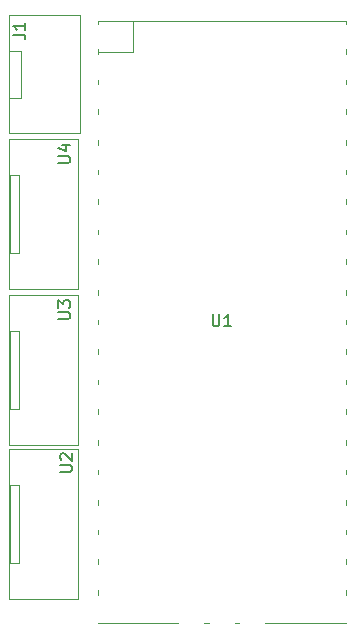
<source format=gbr>
%TF.GenerationSoftware,KiCad,Pcbnew,(7.0.0)*%
%TF.CreationDate,2023-04-25T13:15:43+01:00*%
%TF.ProjectId,LiDAR-Board,4c694441-522d-4426-9f61-72642e6b6963,rev?*%
%TF.SameCoordinates,Original*%
%TF.FileFunction,Legend,Top*%
%TF.FilePolarity,Positive*%
%FSLAX46Y46*%
G04 Gerber Fmt 4.6, Leading zero omitted, Abs format (unit mm)*
G04 Created by KiCad (PCBNEW (7.0.0)) date 2023-04-25 13:15:43*
%MOMM*%
%LPD*%
G01*
G04 APERTURE LIST*
%ADD10C,0.150000*%
%ADD11C,0.120000*%
G04 APERTURE END LIST*
D10*
%TO.C,U3*%
X136212380Y-111566904D02*
X137021904Y-111566904D01*
X137021904Y-111566904D02*
X137117142Y-111519285D01*
X137117142Y-111519285D02*
X137164761Y-111471666D01*
X137164761Y-111471666D02*
X137212380Y-111376428D01*
X137212380Y-111376428D02*
X137212380Y-111185952D01*
X137212380Y-111185952D02*
X137164761Y-111090714D01*
X137164761Y-111090714D02*
X137117142Y-111043095D01*
X137117142Y-111043095D02*
X137021904Y-110995476D01*
X137021904Y-110995476D02*
X136212380Y-110995476D01*
X136212380Y-110614523D02*
X136212380Y-109995476D01*
X136212380Y-109995476D02*
X136593333Y-110328809D01*
X136593333Y-110328809D02*
X136593333Y-110185952D01*
X136593333Y-110185952D02*
X136640952Y-110090714D01*
X136640952Y-110090714D02*
X136688571Y-110043095D01*
X136688571Y-110043095D02*
X136783809Y-109995476D01*
X136783809Y-109995476D02*
X137021904Y-109995476D01*
X137021904Y-109995476D02*
X137117142Y-110043095D01*
X137117142Y-110043095D02*
X137164761Y-110090714D01*
X137164761Y-110090714D02*
X137212380Y-110185952D01*
X137212380Y-110185952D02*
X137212380Y-110471666D01*
X137212380Y-110471666D02*
X137164761Y-110566904D01*
X137164761Y-110566904D02*
X137117142Y-110614523D01*
%TO.C,U1*%
X149264095Y-111188380D02*
X149264095Y-111997904D01*
X149264095Y-111997904D02*
X149311714Y-112093142D01*
X149311714Y-112093142D02*
X149359333Y-112140761D01*
X149359333Y-112140761D02*
X149454571Y-112188380D01*
X149454571Y-112188380D02*
X149645047Y-112188380D01*
X149645047Y-112188380D02*
X149740285Y-112140761D01*
X149740285Y-112140761D02*
X149787904Y-112093142D01*
X149787904Y-112093142D02*
X149835523Y-111997904D01*
X149835523Y-111997904D02*
X149835523Y-111188380D01*
X150835523Y-112188380D02*
X150264095Y-112188380D01*
X150549809Y-112188380D02*
X150549809Y-111188380D01*
X150549809Y-111188380D02*
X150454571Y-111331238D01*
X150454571Y-111331238D02*
X150359333Y-111426476D01*
X150359333Y-111426476D02*
X150264095Y-111474095D01*
%TO.C,U4*%
X136212380Y-98358904D02*
X137021904Y-98358904D01*
X137021904Y-98358904D02*
X137117142Y-98311285D01*
X137117142Y-98311285D02*
X137164761Y-98263666D01*
X137164761Y-98263666D02*
X137212380Y-98168428D01*
X137212380Y-98168428D02*
X137212380Y-97977952D01*
X137212380Y-97977952D02*
X137164761Y-97882714D01*
X137164761Y-97882714D02*
X137117142Y-97835095D01*
X137117142Y-97835095D02*
X137021904Y-97787476D01*
X137021904Y-97787476D02*
X136212380Y-97787476D01*
X136545714Y-96882714D02*
X137212380Y-96882714D01*
X136164761Y-97120809D02*
X136879047Y-97358904D01*
X136879047Y-97358904D02*
X136879047Y-96739857D01*
%TO.C,U2*%
X136339380Y-124520904D02*
X137148904Y-124520904D01*
X137148904Y-124520904D02*
X137244142Y-124473285D01*
X137244142Y-124473285D02*
X137291761Y-124425666D01*
X137291761Y-124425666D02*
X137339380Y-124330428D01*
X137339380Y-124330428D02*
X137339380Y-124139952D01*
X137339380Y-124139952D02*
X137291761Y-124044714D01*
X137291761Y-124044714D02*
X137244142Y-123997095D01*
X137244142Y-123997095D02*
X137148904Y-123949476D01*
X137148904Y-123949476D02*
X136339380Y-123949476D01*
X136434619Y-123520904D02*
X136387000Y-123473285D01*
X136387000Y-123473285D02*
X136339380Y-123378047D01*
X136339380Y-123378047D02*
X136339380Y-123139952D01*
X136339380Y-123139952D02*
X136387000Y-123044714D01*
X136387000Y-123044714D02*
X136434619Y-122997095D01*
X136434619Y-122997095D02*
X136529857Y-122949476D01*
X136529857Y-122949476D02*
X136625095Y-122949476D01*
X136625095Y-122949476D02*
X136767952Y-122997095D01*
X136767952Y-122997095D02*
X137339380Y-123568523D01*
X137339380Y-123568523D02*
X137339380Y-122949476D01*
%TO.C,J1*%
X132402380Y-87516333D02*
X133116666Y-87516333D01*
X133116666Y-87516333D02*
X133259523Y-87563952D01*
X133259523Y-87563952D02*
X133354761Y-87659190D01*
X133354761Y-87659190D02*
X133402380Y-87802047D01*
X133402380Y-87802047D02*
X133402380Y-87897285D01*
X133402380Y-86516333D02*
X133402380Y-87087761D01*
X133402380Y-86802047D02*
X132402380Y-86802047D01*
X132402380Y-86802047D02*
X132545238Y-86897285D01*
X132545238Y-86897285D02*
X132640476Y-86992523D01*
X132640476Y-86992523D02*
X132688095Y-87087761D01*
D11*
%TO.C,U3*%
X132040000Y-122235000D02*
X137840000Y-122235000D01*
X137840000Y-122235000D02*
X137840000Y-109535000D01*
X137840000Y-109535000D02*
X132040000Y-109535000D01*
X132040000Y-109535000D02*
X132040000Y-122235000D01*
X132146000Y-119187000D02*
X132908000Y-119187000D01*
X132908000Y-119187000D02*
X132908000Y-112583000D01*
X132908000Y-112583000D02*
X132146000Y-112583000D01*
X132146000Y-112583000D02*
X132146000Y-119187000D01*
%TO.C,U1*%
X139526000Y-86321000D02*
X139526000Y-86621000D01*
X139526000Y-86321000D02*
X160526000Y-86321000D01*
X139526000Y-88721000D02*
X139526000Y-89121000D01*
X139526000Y-88988000D02*
X142533000Y-88988000D01*
X139526000Y-91321000D02*
X139526000Y-91721000D01*
X139526000Y-93821000D02*
X139526000Y-94221000D01*
X139526000Y-96421000D02*
X139526000Y-96821000D01*
X139526000Y-98921000D02*
X139526000Y-99321000D01*
X139526000Y-101421000D02*
X139526000Y-101821000D01*
X139526000Y-104021000D02*
X139526000Y-104421000D01*
X139526000Y-106521000D02*
X139526000Y-106921000D01*
X139526000Y-109121000D02*
X139526000Y-109521000D01*
X139526000Y-111621000D02*
X139526000Y-112021000D01*
X139526000Y-114121000D02*
X139526000Y-114521000D01*
X139526000Y-116721000D02*
X139526000Y-117121000D01*
X139526000Y-119221000D02*
X139526000Y-119621000D01*
X139526000Y-121821000D02*
X139526000Y-122221000D01*
X139526000Y-124321000D02*
X139526000Y-124721000D01*
X139526000Y-126921000D02*
X139526000Y-127321000D01*
X139526000Y-129421000D02*
X139526000Y-129821000D01*
X139526000Y-131921000D02*
X139526000Y-132321000D01*
X139526000Y-134521000D02*
X139526000Y-134921000D01*
X142533000Y-88988000D02*
X142533000Y-86321000D01*
X146326000Y-137321000D02*
X139526000Y-137321000D01*
X148526000Y-137321000D02*
X148926000Y-137321000D01*
X151126000Y-137321000D02*
X151526000Y-137321000D01*
X160526000Y-86321000D02*
X160526000Y-86621000D01*
X160526000Y-88721000D02*
X160526000Y-89121000D01*
X160526000Y-91321000D02*
X160526000Y-91721000D01*
X160526000Y-93821000D02*
X160526000Y-94221000D01*
X160526000Y-96421000D02*
X160526000Y-96821000D01*
X160526000Y-98921000D02*
X160526000Y-99321000D01*
X160526000Y-101421000D02*
X160526000Y-101821000D01*
X160526000Y-104021000D02*
X160526000Y-104421000D01*
X160526000Y-106521000D02*
X160526000Y-106921000D01*
X160526000Y-109121000D02*
X160526000Y-109521000D01*
X160526000Y-111621000D02*
X160526000Y-112021000D01*
X160526000Y-114121000D02*
X160526000Y-114521000D01*
X160526000Y-116721000D02*
X160526000Y-117121000D01*
X160526000Y-119221000D02*
X160526000Y-119621000D01*
X160526000Y-121821000D02*
X160526000Y-122221000D01*
X160526000Y-124321000D02*
X160526000Y-124721000D01*
X160526000Y-126921000D02*
X160526000Y-127321000D01*
X160526000Y-129421000D02*
X160526000Y-129821000D01*
X160526000Y-131921000D02*
X160526000Y-132321000D01*
X160526000Y-134521000D02*
X160526000Y-134921000D01*
X160526000Y-137321000D02*
X153726000Y-137321000D01*
%TO.C,U4*%
X132040000Y-109027000D02*
X137840000Y-109027000D01*
X137840000Y-109027000D02*
X137840000Y-96327000D01*
X137840000Y-96327000D02*
X132040000Y-96327000D01*
X132040000Y-96327000D02*
X132040000Y-109027000D01*
X132146000Y-105979000D02*
X132908000Y-105979000D01*
X132908000Y-105979000D02*
X132908000Y-99375000D01*
X132908000Y-99375000D02*
X132146000Y-99375000D01*
X132146000Y-99375000D02*
X132146000Y-105979000D01*
%TO.C,U2*%
X132040000Y-135316000D02*
X137840000Y-135316000D01*
X137840000Y-135316000D02*
X137840000Y-122616000D01*
X137840000Y-122616000D02*
X132040000Y-122616000D01*
X132040000Y-122616000D02*
X132040000Y-135316000D01*
X132146000Y-132268000D02*
X132908000Y-132268000D01*
X132908000Y-132268000D02*
X132908000Y-125664000D01*
X132908000Y-125664000D02*
X132146000Y-125664000D01*
X132146000Y-125664000D02*
X132146000Y-132268000D01*
%TO.C,J1*%
X132067000Y-95866000D02*
X138067000Y-95866000D01*
X138067000Y-95866000D02*
X138067000Y-85866000D01*
X138067000Y-85866000D02*
X132067000Y-85866000D01*
X132067000Y-85866000D02*
X132067000Y-95866000D01*
X132067000Y-92866000D02*
X133067000Y-92866000D01*
X133067000Y-92866000D02*
X133067000Y-88866000D01*
X133067000Y-88866000D02*
X132067000Y-88866000D01*
X132067000Y-88866000D02*
X132067000Y-92866000D01*
%TD*%
M02*

</source>
